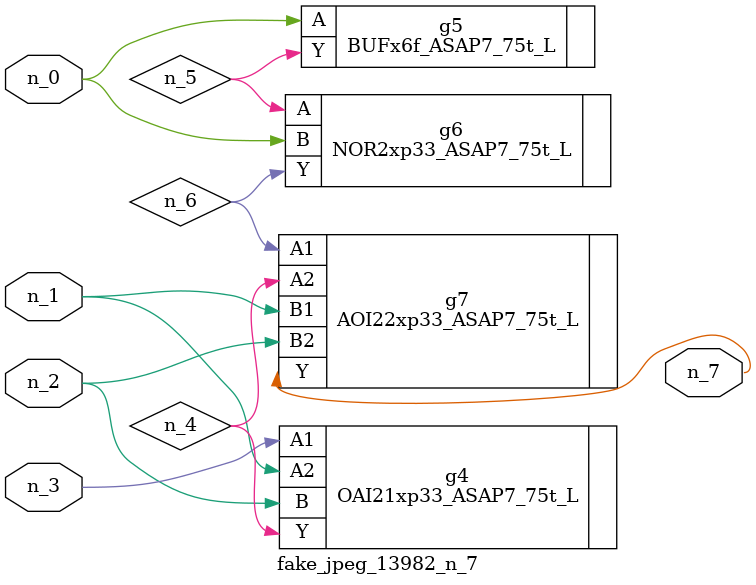
<source format=v>
module fake_jpeg_13982_n_7 (n_0, n_3, n_2, n_1, n_7);

input n_0;
input n_3;
input n_2;
input n_1;

output n_7;

wire n_4;
wire n_6;
wire n_5;

OAI21xp33_ASAP7_75t_L g4 ( 
.A1(n_3),
.A2(n_1),
.B(n_2),
.Y(n_4)
);

BUFx6f_ASAP7_75t_L g5 ( 
.A(n_0),
.Y(n_5)
);

NOR2xp33_ASAP7_75t_L g6 ( 
.A(n_5),
.B(n_0),
.Y(n_6)
);

AOI22xp33_ASAP7_75t_L g7 ( 
.A1(n_6),
.A2(n_4),
.B1(n_1),
.B2(n_2),
.Y(n_7)
);


endmodule
</source>
